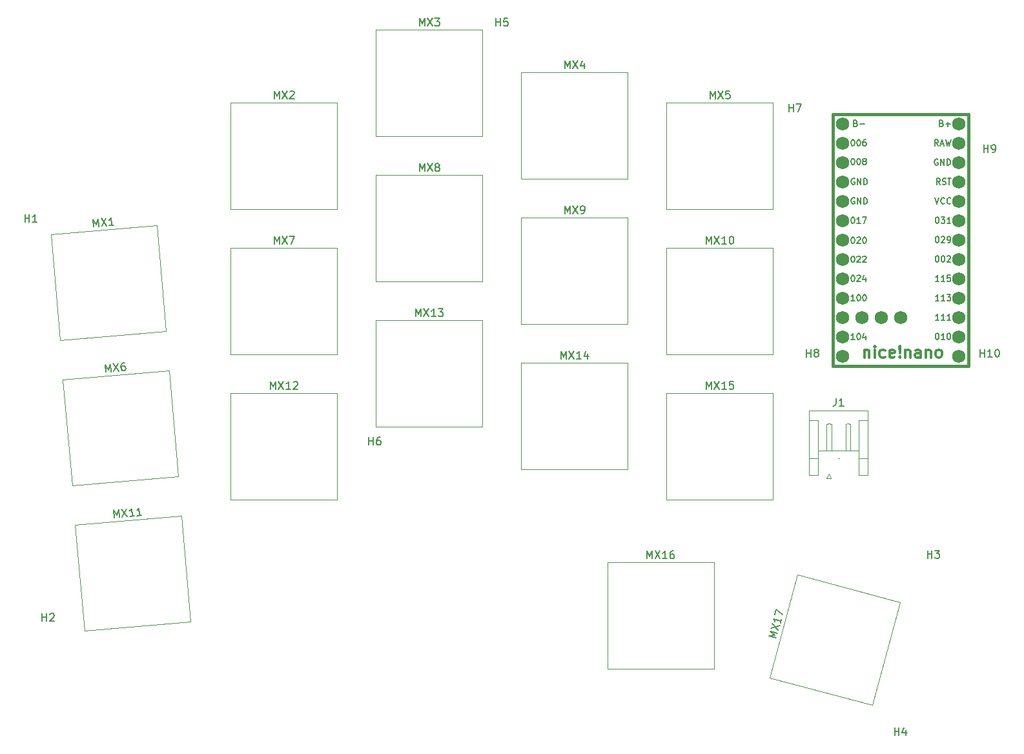
<source format=gbr>
%TF.GenerationSoftware,KiCad,Pcbnew,(6.0.4)*%
%TF.CreationDate,2022-05-05T21:52:17+02:00*%
%TF.ProjectId,Diom-34SP_PCB-rounded,44696f6d-2d33-4345-9350-5f5043422d72,rev?*%
%TF.SameCoordinates,Original*%
%TF.FileFunction,Legend,Top*%
%TF.FilePolarity,Positive*%
%FSLAX46Y46*%
G04 Gerber Fmt 4.6, Leading zero omitted, Abs format (unit mm)*
G04 Created by KiCad (PCBNEW (6.0.4)) date 2022-05-05 21:52:17*
%MOMM*%
%LPD*%
G01*
G04 APERTURE LIST*
%ADD10C,0.150000*%
%ADD11C,0.300000*%
%ADD12C,0.120000*%
%ADD13C,0.381000*%
%ADD14C,1.752600*%
G04 APERTURE END LIST*
D10*
%TO.C,MX2*%
X105076785Y-43314880D02*
X105076785Y-42314880D01*
X105410119Y-43029166D01*
X105743452Y-42314880D01*
X105743452Y-43314880D01*
X106124404Y-42314880D02*
X106791071Y-43314880D01*
X106791071Y-42314880D02*
X106124404Y-43314880D01*
X107124404Y-42410119D02*
X107172023Y-42362500D01*
X107267261Y-42314880D01*
X107505357Y-42314880D01*
X107600595Y-42362500D01*
X107648214Y-42410119D01*
X107695833Y-42505357D01*
X107695833Y-42600595D01*
X107648214Y-42743452D01*
X107076785Y-43314880D01*
X107695833Y-43314880D01*
%TO.C,MX16*%
X153971845Y-103639880D02*
X153971845Y-102639880D01*
X154305178Y-103354166D01*
X154638511Y-102639880D01*
X154638511Y-103639880D01*
X155019464Y-102639880D02*
X155686130Y-103639880D01*
X155686130Y-102639880D02*
X155019464Y-103639880D01*
X156590892Y-103639880D02*
X156019464Y-103639880D01*
X156305178Y-103639880D02*
X156305178Y-102639880D01*
X156209940Y-102782738D01*
X156114702Y-102877976D01*
X156019464Y-102925595D01*
X157448035Y-102639880D02*
X157257559Y-102639880D01*
X157162321Y-102687500D01*
X157114702Y-102735119D01*
X157019464Y-102877976D01*
X156971845Y-103068452D01*
X156971845Y-103449404D01*
X157019464Y-103544642D01*
X157067083Y-103592261D01*
X157162321Y-103639880D01*
X157352797Y-103639880D01*
X157448035Y-103592261D01*
X157495654Y-103544642D01*
X157543273Y-103449404D01*
X157543273Y-103211309D01*
X157495654Y-103116071D01*
X157448035Y-103068452D01*
X157352797Y-103020833D01*
X157162321Y-103020833D01*
X157067083Y-103068452D01*
X157019464Y-103116071D01*
X156971845Y-103211309D01*
%TO.C,MX7*%
X105076785Y-62364880D02*
X105076785Y-61364880D01*
X105410119Y-62079166D01*
X105743452Y-61364880D01*
X105743452Y-62364880D01*
X106124404Y-61364880D02*
X106791071Y-62364880D01*
X106791071Y-61364880D02*
X106124404Y-62364880D01*
X107076785Y-61364880D02*
X107743452Y-61364880D01*
X107314880Y-62364880D01*
%TO.C,H8*%
X174879095Y-77181380D02*
X174879095Y-76181380D01*
X174879095Y-76657571D02*
X175450523Y-76657571D01*
X175450523Y-77181380D02*
X175450523Y-76181380D01*
X176069571Y-76609952D02*
X175974333Y-76562333D01*
X175926714Y-76514714D01*
X175879095Y-76419476D01*
X175879095Y-76371857D01*
X175926714Y-76276619D01*
X175974333Y-76229000D01*
X176069571Y-76181380D01*
X176260047Y-76181380D01*
X176355285Y-76229000D01*
X176402904Y-76276619D01*
X176450523Y-76371857D01*
X176450523Y-76419476D01*
X176402904Y-76514714D01*
X176355285Y-76562333D01*
X176260047Y-76609952D01*
X176069571Y-76609952D01*
X175974333Y-76657571D01*
X175926714Y-76705190D01*
X175879095Y-76800428D01*
X175879095Y-76990904D01*
X175926714Y-77086142D01*
X175974333Y-77133761D01*
X176069571Y-77181380D01*
X176260047Y-77181380D01*
X176355285Y-77133761D01*
X176402904Y-77086142D01*
X176450523Y-76990904D01*
X176450523Y-76800428D01*
X176402904Y-76705190D01*
X176355285Y-76657571D01*
X176260047Y-76609952D01*
%TO.C,MX14*%
X142700595Y-77446130D02*
X142700595Y-76446130D01*
X143033928Y-77160416D01*
X143367261Y-76446130D01*
X143367261Y-77446130D01*
X143748214Y-76446130D02*
X144414880Y-77446130D01*
X144414880Y-76446130D02*
X143748214Y-77446130D01*
X145319642Y-77446130D02*
X144748214Y-77446130D01*
X145033928Y-77446130D02*
X145033928Y-76446130D01*
X144938690Y-76588988D01*
X144843452Y-76684226D01*
X144748214Y-76731845D01*
X146176785Y-76779464D02*
X146176785Y-77446130D01*
X145938690Y-76398511D02*
X145700595Y-77112797D01*
X146319642Y-77112797D01*
%TO.C,MX1*%
X81410556Y-60124171D02*
X81323401Y-59127977D01*
X81717720Y-59810492D01*
X81987530Y-59069873D01*
X82074686Y-60066068D01*
X82367033Y-59036671D02*
X83118319Y-59974762D01*
X83031163Y-58978567D02*
X82454189Y-60032865D01*
X84019638Y-59895906D02*
X83450384Y-59945710D01*
X83735011Y-59920808D02*
X83647855Y-58924613D01*
X83565430Y-59075227D01*
X83478855Y-59178404D01*
X83388129Y-59234142D01*
%TO.C,J1*%
X178736666Y-82603880D02*
X178736666Y-83318166D01*
X178689047Y-83461023D01*
X178593809Y-83556261D01*
X178450952Y-83603880D01*
X178355714Y-83603880D01*
X179736666Y-83603880D02*
X179165238Y-83603880D01*
X179450952Y-83603880D02*
X179450952Y-82603880D01*
X179355714Y-82746738D01*
X179260476Y-82841976D01*
X179165238Y-82889595D01*
%TO.C,MX6*%
X82998056Y-79174171D02*
X82910901Y-78177977D01*
X83305220Y-78860492D01*
X83575030Y-78119873D01*
X83662186Y-79116068D01*
X83954533Y-78086671D02*
X84705819Y-79024762D01*
X84618663Y-78028567D02*
X84041689Y-79082865D01*
X85425106Y-77958012D02*
X85235355Y-77974613D01*
X85144629Y-78030352D01*
X85101342Y-78081940D01*
X85018917Y-78232554D01*
X84988080Y-78426456D01*
X85021282Y-78805958D01*
X85077021Y-78896684D01*
X85128609Y-78939971D01*
X85227635Y-78979109D01*
X85417386Y-78962507D01*
X85508112Y-78906769D01*
X85551399Y-78855181D01*
X85590537Y-78756155D01*
X85569785Y-78518966D01*
X85514047Y-78428240D01*
X85462459Y-78384953D01*
X85363433Y-78345815D01*
X85173681Y-78362417D01*
X85082956Y-78418155D01*
X85039668Y-78469743D01*
X85000531Y-78568769D01*
%TO.C,H2*%
X74644345Y-111852380D02*
X74644345Y-110852380D01*
X74644345Y-111328571D02*
X75215773Y-111328571D01*
X75215773Y-111852380D02*
X75215773Y-110852380D01*
X75644345Y-110947619D02*
X75691964Y-110900000D01*
X75787202Y-110852380D01*
X76025297Y-110852380D01*
X76120535Y-110900000D01*
X76168154Y-110947619D01*
X76215773Y-111042857D01*
X76215773Y-111138095D01*
X76168154Y-111280952D01*
X75596726Y-111852380D01*
X76215773Y-111852380D01*
%TO.C,H6*%
X117475095Y-88738380D02*
X117475095Y-87738380D01*
X117475095Y-88214571D02*
X118046523Y-88214571D01*
X118046523Y-88738380D02*
X118046523Y-87738380D01*
X118951285Y-87738380D02*
X118760809Y-87738380D01*
X118665571Y-87786000D01*
X118617952Y-87833619D01*
X118522714Y-87976476D01*
X118475095Y-88166952D01*
X118475095Y-88547904D01*
X118522714Y-88643142D01*
X118570333Y-88690761D01*
X118665571Y-88738380D01*
X118856047Y-88738380D01*
X118951285Y-88690761D01*
X118998904Y-88643142D01*
X119046523Y-88547904D01*
X119046523Y-88309809D01*
X118998904Y-88214571D01*
X118951285Y-88166952D01*
X118856047Y-88119333D01*
X118665571Y-88119333D01*
X118570333Y-88166952D01*
X118522714Y-88214571D01*
X118475095Y-88309809D01*
%TO.C,MX5*%
X162226785Y-43314880D02*
X162226785Y-42314880D01*
X162560119Y-43029166D01*
X162893452Y-42314880D01*
X162893452Y-43314880D01*
X163274404Y-42314880D02*
X163941071Y-43314880D01*
X163941071Y-42314880D02*
X163274404Y-43314880D01*
X164798214Y-42314880D02*
X164322023Y-42314880D01*
X164274404Y-42791071D01*
X164322023Y-42743452D01*
X164417261Y-42695833D01*
X164655357Y-42695833D01*
X164750595Y-42743452D01*
X164798214Y-42791071D01*
X164845833Y-42886309D01*
X164845833Y-43124404D01*
X164798214Y-43219642D01*
X164750595Y-43267261D01*
X164655357Y-43314880D01*
X164417261Y-43314880D01*
X164322023Y-43267261D01*
X164274404Y-43219642D01*
%TO.C,H9*%
X198120095Y-50363380D02*
X198120095Y-49363380D01*
X198120095Y-49839571D02*
X198691523Y-49839571D01*
X198691523Y-50363380D02*
X198691523Y-49363380D01*
X199215333Y-50363380D02*
X199405809Y-50363380D01*
X199501047Y-50315761D01*
X199548666Y-50268142D01*
X199643904Y-50125285D01*
X199691523Y-49934809D01*
X199691523Y-49553857D01*
X199643904Y-49458619D01*
X199596285Y-49411000D01*
X199501047Y-49363380D01*
X199310571Y-49363380D01*
X199215333Y-49411000D01*
X199167714Y-49458619D01*
X199120095Y-49553857D01*
X199120095Y-49791952D01*
X199167714Y-49887190D01*
X199215333Y-49934809D01*
X199310571Y-49982428D01*
X199501047Y-49982428D01*
X199596285Y-49934809D01*
X199643904Y-49887190D01*
X199691523Y-49791952D01*
%TO.C,MX9*%
X143176785Y-58396130D02*
X143176785Y-57396130D01*
X143510119Y-58110416D01*
X143843452Y-57396130D01*
X143843452Y-58396130D01*
X144224404Y-57396130D02*
X144891071Y-58396130D01*
X144891071Y-57396130D02*
X144224404Y-58396130D01*
X145319642Y-58396130D02*
X145510119Y-58396130D01*
X145605357Y-58348511D01*
X145652976Y-58300892D01*
X145748214Y-58158035D01*
X145795833Y-57967559D01*
X145795833Y-57586607D01*
X145748214Y-57491369D01*
X145700595Y-57443750D01*
X145605357Y-57396130D01*
X145414880Y-57396130D01*
X145319642Y-57443750D01*
X145272023Y-57491369D01*
X145224404Y-57586607D01*
X145224404Y-57824702D01*
X145272023Y-57919940D01*
X145319642Y-57967559D01*
X145414880Y-58015178D01*
X145605357Y-58015178D01*
X145700595Y-57967559D01*
X145748214Y-57919940D01*
X145795833Y-57824702D01*
%TO.C,MX17*%
X170907665Y-114064578D02*
X169941740Y-113805759D01*
X170717960Y-113668654D01*
X170114286Y-113161808D01*
X171080211Y-113420627D01*
X170212883Y-112793836D02*
X171351355Y-112408705D01*
X170385429Y-112149886D02*
X171178809Y-113052655D01*
X171585525Y-111534772D02*
X171437628Y-112086729D01*
X171511577Y-111810751D02*
X170545651Y-111551932D01*
X170658991Y-111680899D01*
X170726334Y-111797541D01*
X170747681Y-111901859D01*
X170705872Y-110953978D02*
X170878418Y-110310027D01*
X171733421Y-110982814D01*
%TO.C,MX3*%
X124126785Y-33789880D02*
X124126785Y-32789880D01*
X124460119Y-33504166D01*
X124793452Y-32789880D01*
X124793452Y-33789880D01*
X125174404Y-32789880D02*
X125841071Y-33789880D01*
X125841071Y-32789880D02*
X125174404Y-33789880D01*
X126126785Y-32789880D02*
X126745833Y-32789880D01*
X126412500Y-33170833D01*
X126555357Y-33170833D01*
X126650595Y-33218452D01*
X126698214Y-33266071D01*
X126745833Y-33361309D01*
X126745833Y-33599404D01*
X126698214Y-33694642D01*
X126650595Y-33742261D01*
X126555357Y-33789880D01*
X126269642Y-33789880D01*
X126174404Y-33742261D01*
X126126785Y-33694642D01*
%TO.C,H7*%
X172593095Y-45029380D02*
X172593095Y-44029380D01*
X172593095Y-44505571D02*
X173164523Y-44505571D01*
X173164523Y-45029380D02*
X173164523Y-44029380D01*
X173545476Y-44029380D02*
X174212142Y-44029380D01*
X173783571Y-45029380D01*
%TO.C,MX13*%
X123650595Y-71889880D02*
X123650595Y-70889880D01*
X123983928Y-71604166D01*
X124317261Y-70889880D01*
X124317261Y-71889880D01*
X124698214Y-70889880D02*
X125364880Y-71889880D01*
X125364880Y-70889880D02*
X124698214Y-71889880D01*
X126269642Y-71889880D02*
X125698214Y-71889880D01*
X125983928Y-71889880D02*
X125983928Y-70889880D01*
X125888690Y-71032738D01*
X125793452Y-71127976D01*
X125698214Y-71175595D01*
X126602976Y-70889880D02*
X127222023Y-70889880D01*
X126888690Y-71270833D01*
X127031547Y-71270833D01*
X127126785Y-71318452D01*
X127174404Y-71366071D01*
X127222023Y-71461309D01*
X127222023Y-71699404D01*
X127174404Y-71794642D01*
X127126785Y-71842261D01*
X127031547Y-71889880D01*
X126745833Y-71889880D01*
X126650595Y-71842261D01*
X126602976Y-71794642D01*
%TO.C,H1*%
X72390095Y-59507380D02*
X72390095Y-58507380D01*
X72390095Y-58983571D02*
X72961523Y-58983571D01*
X72961523Y-59507380D02*
X72961523Y-58507380D01*
X73961523Y-59507380D02*
X73390095Y-59507380D01*
X73675809Y-59507380D02*
X73675809Y-58507380D01*
X73580571Y-58650238D01*
X73485333Y-58745476D01*
X73390095Y-58793095D01*
%TO.C,H4*%
X186436095Y-126838380D02*
X186436095Y-125838380D01*
X186436095Y-126314571D02*
X187007523Y-126314571D01*
X187007523Y-126838380D02*
X187007523Y-125838380D01*
X187912285Y-126171714D02*
X187912285Y-126838380D01*
X187674190Y-125790761D02*
X187436095Y-126505047D01*
X188055142Y-126505047D01*
%TO.C,U1*%
X191985022Y-74097404D02*
X192061212Y-74097404D01*
X192137402Y-74135500D01*
X192175498Y-74173595D01*
X192213593Y-74249785D01*
X192251688Y-74402166D01*
X192251688Y-74592642D01*
X192213593Y-74745023D01*
X192175498Y-74821214D01*
X192137402Y-74859309D01*
X192061212Y-74897404D01*
X191985022Y-74897404D01*
X191908831Y-74859309D01*
X191870736Y-74821214D01*
X191832641Y-74745023D01*
X191794545Y-74592642D01*
X191794545Y-74402166D01*
X191832641Y-74249785D01*
X191870736Y-74173595D01*
X191908831Y-74135500D01*
X191985022Y-74097404D01*
X193013593Y-74897404D02*
X192556450Y-74897404D01*
X192785022Y-74897404D02*
X192785022Y-74097404D01*
X192708831Y-74211690D01*
X192632641Y-74287880D01*
X192556450Y-74325976D01*
X193508831Y-74097404D02*
X193585022Y-74097404D01*
X193661212Y-74135500D01*
X193699307Y-74173595D01*
X193737402Y-74249785D01*
X193775498Y-74402166D01*
X193775498Y-74592642D01*
X193737402Y-74745023D01*
X193699307Y-74821214D01*
X193661212Y-74859309D01*
X193585022Y-74897404D01*
X193508831Y-74897404D01*
X193432641Y-74859309D01*
X193394545Y-74821214D01*
X193356450Y-74745023D01*
X193318355Y-74592642D01*
X193318355Y-74402166D01*
X193356450Y-74249785D01*
X193394545Y-74173595D01*
X193432641Y-74135500D01*
X193508831Y-74097404D01*
X192251688Y-72357404D02*
X191794545Y-72357404D01*
X192023117Y-72357404D02*
X192023117Y-71557404D01*
X191946926Y-71671690D01*
X191870736Y-71747880D01*
X191794545Y-71785976D01*
X193013593Y-72357404D02*
X192556450Y-72357404D01*
X192785022Y-72357404D02*
X192785022Y-71557404D01*
X192708831Y-71671690D01*
X192632641Y-71747880D01*
X192556450Y-71785976D01*
X193775498Y-72357404D02*
X193318355Y-72357404D01*
X193546926Y-72357404D02*
X193546926Y-71557404D01*
X193470736Y-71671690D01*
X193394545Y-71747880D01*
X193318355Y-71785976D01*
X181177307Y-53815500D02*
X181101116Y-53777404D01*
X180986831Y-53777404D01*
X180872545Y-53815500D01*
X180796354Y-53891690D01*
X180758259Y-53967880D01*
X180720164Y-54120261D01*
X180720164Y-54234547D01*
X180758259Y-54386928D01*
X180796354Y-54463119D01*
X180872545Y-54539309D01*
X180986831Y-54577404D01*
X181063021Y-54577404D01*
X181177307Y-54539309D01*
X181215402Y-54501214D01*
X181215402Y-54234547D01*
X181063021Y-54234547D01*
X181558259Y-54577404D02*
X181558259Y-53777404D01*
X182015402Y-54577404D01*
X182015402Y-53777404D01*
X182396354Y-54577404D02*
X182396354Y-53777404D01*
X182586831Y-53777404D01*
X182701116Y-53815500D01*
X182777307Y-53891690D01*
X182815402Y-53967880D01*
X182853497Y-54120261D01*
X182853497Y-54234547D01*
X182815402Y-54386928D01*
X182777307Y-54463119D01*
X182701116Y-54539309D01*
X182586831Y-54577404D01*
X182396354Y-54577404D01*
X180910641Y-66477404D02*
X180986831Y-66477404D01*
X181063021Y-66515500D01*
X181101117Y-66553595D01*
X181139212Y-66629785D01*
X181177307Y-66782166D01*
X181177307Y-66972642D01*
X181139212Y-67125023D01*
X181101117Y-67201214D01*
X181063021Y-67239309D01*
X180986831Y-67277404D01*
X180910641Y-67277404D01*
X180834450Y-67239309D01*
X180796355Y-67201214D01*
X180758260Y-67125023D01*
X180720164Y-66972642D01*
X180720164Y-66782166D01*
X180758260Y-66629785D01*
X180796355Y-66553595D01*
X180834450Y-66515500D01*
X180910641Y-66477404D01*
X181482069Y-66553595D02*
X181520164Y-66515500D01*
X181596355Y-66477404D01*
X181786831Y-66477404D01*
X181863021Y-66515500D01*
X181901117Y-66553595D01*
X181939212Y-66629785D01*
X181939212Y-66705976D01*
X181901117Y-66820261D01*
X181443974Y-67277404D01*
X181939212Y-67277404D01*
X182624926Y-66744071D02*
X182624926Y-67277404D01*
X182434450Y-66439309D02*
X182243974Y-67010738D01*
X182739212Y-67010738D01*
X191985022Y-61397404D02*
X192061212Y-61397404D01*
X192137402Y-61435500D01*
X192175498Y-61473595D01*
X192213593Y-61549785D01*
X192251688Y-61702166D01*
X192251688Y-61892642D01*
X192213593Y-62045023D01*
X192175498Y-62121214D01*
X192137402Y-62159309D01*
X192061212Y-62197404D01*
X191985022Y-62197404D01*
X191908831Y-62159309D01*
X191870736Y-62121214D01*
X191832641Y-62045023D01*
X191794545Y-61892642D01*
X191794545Y-61702166D01*
X191832641Y-61549785D01*
X191870736Y-61473595D01*
X191908831Y-61435500D01*
X191985022Y-61397404D01*
X192556450Y-61473595D02*
X192594545Y-61435500D01*
X192670736Y-61397404D01*
X192861212Y-61397404D01*
X192937402Y-61435500D01*
X192975498Y-61473595D01*
X193013593Y-61549785D01*
X193013593Y-61625976D01*
X192975498Y-61740261D01*
X192518355Y-62197404D01*
X193013593Y-62197404D01*
X193394545Y-62197404D02*
X193546926Y-62197404D01*
X193623117Y-62159309D01*
X193661212Y-62121214D01*
X193737402Y-62006928D01*
X193775498Y-61854547D01*
X193775498Y-61549785D01*
X193737402Y-61473595D01*
X193699307Y-61435500D01*
X193623117Y-61397404D01*
X193470736Y-61397404D01*
X193394545Y-61435500D01*
X193356450Y-61473595D01*
X193318355Y-61549785D01*
X193318355Y-61740261D01*
X193356450Y-61816452D01*
X193394545Y-61854547D01*
X193470736Y-61892642D01*
X193623117Y-61892642D01*
X193699307Y-61854547D01*
X193737402Y-61816452D01*
X193775498Y-61740261D01*
D11*
X182466116Y-76246071D02*
X182466116Y-77246071D01*
X182466116Y-76388928D02*
X182537545Y-76317500D01*
X182680402Y-76246071D01*
X182894688Y-76246071D01*
X183037545Y-76317500D01*
X183108973Y-76460357D01*
X183108973Y-77246071D01*
X183823259Y-77246071D02*
X183823259Y-76246071D01*
X183823259Y-75746071D02*
X183751831Y-75817500D01*
X183823259Y-75888928D01*
X183894688Y-75817500D01*
X183823259Y-75746071D01*
X183823259Y-75888928D01*
X185180402Y-77174642D02*
X185037545Y-77246071D01*
X184751831Y-77246071D01*
X184608973Y-77174642D01*
X184537545Y-77103214D01*
X184466116Y-76960357D01*
X184466116Y-76531785D01*
X184537545Y-76388928D01*
X184608973Y-76317500D01*
X184751831Y-76246071D01*
X185037545Y-76246071D01*
X185180402Y-76317500D01*
X186394688Y-77174642D02*
X186251831Y-77246071D01*
X185966116Y-77246071D01*
X185823259Y-77174642D01*
X185751831Y-77031785D01*
X185751831Y-76460357D01*
X185823259Y-76317500D01*
X185966116Y-76246071D01*
X186251831Y-76246071D01*
X186394688Y-76317500D01*
X186466116Y-76460357D01*
X186466116Y-76603214D01*
X185751831Y-76746071D01*
X187108973Y-77103214D02*
X187180402Y-77174642D01*
X187108973Y-77246071D01*
X187037545Y-77174642D01*
X187108973Y-77103214D01*
X187108973Y-77246071D01*
X187108973Y-76674642D02*
X187037545Y-75817500D01*
X187108973Y-75746071D01*
X187180402Y-75817500D01*
X187108973Y-76674642D01*
X187108973Y-75746071D01*
X187823259Y-76246071D02*
X187823259Y-77246071D01*
X187823259Y-76388928D02*
X187894688Y-76317500D01*
X188037545Y-76246071D01*
X188251831Y-76246071D01*
X188394688Y-76317500D01*
X188466116Y-76460357D01*
X188466116Y-77246071D01*
X189823259Y-77246071D02*
X189823259Y-76460357D01*
X189751831Y-76317500D01*
X189608973Y-76246071D01*
X189323259Y-76246071D01*
X189180402Y-76317500D01*
X189823259Y-77174642D02*
X189680402Y-77246071D01*
X189323259Y-77246071D01*
X189180402Y-77174642D01*
X189108973Y-77031785D01*
X189108973Y-76888928D01*
X189180402Y-76746071D01*
X189323259Y-76674642D01*
X189680402Y-76674642D01*
X189823259Y-76603214D01*
X190537545Y-76246071D02*
X190537545Y-77246071D01*
X190537545Y-76388928D02*
X190608973Y-76317500D01*
X190751831Y-76246071D01*
X190966116Y-76246071D01*
X191108973Y-76317500D01*
X191180402Y-76460357D01*
X191180402Y-77246071D01*
X192108973Y-77246071D02*
X191966116Y-77174642D01*
X191894688Y-77103214D01*
X191823259Y-76960357D01*
X191823259Y-76531785D01*
X191894688Y-76388928D01*
X191966116Y-76317500D01*
X192108973Y-76246071D01*
X192323259Y-76246071D01*
X192466116Y-76317500D01*
X192537545Y-76388928D01*
X192608973Y-76531785D01*
X192608973Y-76960357D01*
X192537545Y-77103214D01*
X192466116Y-77174642D01*
X192323259Y-77246071D01*
X192108973Y-77246071D01*
D10*
X181348735Y-46538357D02*
X181463021Y-46576452D01*
X181501116Y-46614547D01*
X181539211Y-46690738D01*
X181539211Y-46805023D01*
X181501116Y-46881214D01*
X181463021Y-46919309D01*
X181386831Y-46957404D01*
X181082069Y-46957404D01*
X181082069Y-46157404D01*
X181348735Y-46157404D01*
X181424926Y-46195500D01*
X181463021Y-46233595D01*
X181501116Y-46309785D01*
X181501116Y-46385976D01*
X181463021Y-46462166D01*
X181424926Y-46500261D01*
X181348735Y-46538357D01*
X181082069Y-46538357D01*
X181882069Y-46652642D02*
X182491592Y-46652642D01*
X191985022Y-58857404D02*
X192061212Y-58857404D01*
X192137402Y-58895500D01*
X192175498Y-58933595D01*
X192213593Y-59009785D01*
X192251688Y-59162166D01*
X192251688Y-59352642D01*
X192213593Y-59505023D01*
X192175498Y-59581214D01*
X192137402Y-59619309D01*
X192061212Y-59657404D01*
X191985022Y-59657404D01*
X191908831Y-59619309D01*
X191870736Y-59581214D01*
X191832641Y-59505023D01*
X191794545Y-59352642D01*
X191794545Y-59162166D01*
X191832641Y-59009785D01*
X191870736Y-58933595D01*
X191908831Y-58895500D01*
X191985022Y-58857404D01*
X192518355Y-58857404D02*
X193013593Y-58857404D01*
X192746926Y-59162166D01*
X192861212Y-59162166D01*
X192937402Y-59200261D01*
X192975498Y-59238357D01*
X193013593Y-59314547D01*
X193013593Y-59505023D01*
X192975498Y-59581214D01*
X192937402Y-59619309D01*
X192861212Y-59657404D01*
X192632641Y-59657404D01*
X192556450Y-59619309D01*
X192518355Y-59581214D01*
X193775498Y-59657404D02*
X193318355Y-59657404D01*
X193546926Y-59657404D02*
X193546926Y-58857404D01*
X193470736Y-58971690D01*
X193394545Y-59047880D01*
X193318355Y-59085976D01*
X192251688Y-67277404D02*
X191794545Y-67277404D01*
X192023117Y-67277404D02*
X192023117Y-66477404D01*
X191946926Y-66591690D01*
X191870736Y-66667880D01*
X191794545Y-66705976D01*
X193013593Y-67277404D02*
X192556450Y-67277404D01*
X192785022Y-67277404D02*
X192785022Y-66477404D01*
X192708831Y-66591690D01*
X192632641Y-66667880D01*
X192556450Y-66705976D01*
X193737402Y-66477404D02*
X193356450Y-66477404D01*
X193318355Y-66858357D01*
X193356450Y-66820261D01*
X193432641Y-66782166D01*
X193623117Y-66782166D01*
X193699307Y-66820261D01*
X193737402Y-66858357D01*
X193775498Y-66934547D01*
X193775498Y-67125023D01*
X193737402Y-67201214D01*
X193699307Y-67239309D01*
X193623117Y-67277404D01*
X193432641Y-67277404D01*
X193356450Y-67239309D01*
X193318355Y-67201214D01*
X181177307Y-56355500D02*
X181101116Y-56317404D01*
X180986831Y-56317404D01*
X180872545Y-56355500D01*
X180796354Y-56431690D01*
X180758259Y-56507880D01*
X180720164Y-56660261D01*
X180720164Y-56774547D01*
X180758259Y-56926928D01*
X180796354Y-57003119D01*
X180872545Y-57079309D01*
X180986831Y-57117404D01*
X181063021Y-57117404D01*
X181177307Y-57079309D01*
X181215402Y-57041214D01*
X181215402Y-56774547D01*
X181063021Y-56774547D01*
X181558259Y-57117404D02*
X181558259Y-56317404D01*
X182015402Y-57117404D01*
X182015402Y-56317404D01*
X182396354Y-57117404D02*
X182396354Y-56317404D01*
X182586831Y-56317404D01*
X182701116Y-56355500D01*
X182777307Y-56431690D01*
X182815402Y-56507880D01*
X182853497Y-56660261D01*
X182853497Y-56774547D01*
X182815402Y-56926928D01*
X182777307Y-57003119D01*
X182701116Y-57079309D01*
X182586831Y-57117404D01*
X182396354Y-57117404D01*
X191985022Y-63937404D02*
X192061212Y-63937404D01*
X192137402Y-63975500D01*
X192175498Y-64013595D01*
X192213593Y-64089785D01*
X192251688Y-64242166D01*
X192251688Y-64432642D01*
X192213593Y-64585023D01*
X192175498Y-64661214D01*
X192137402Y-64699309D01*
X192061212Y-64737404D01*
X191985022Y-64737404D01*
X191908831Y-64699309D01*
X191870736Y-64661214D01*
X191832641Y-64585023D01*
X191794545Y-64432642D01*
X191794545Y-64242166D01*
X191832641Y-64089785D01*
X191870736Y-64013595D01*
X191908831Y-63975500D01*
X191985022Y-63937404D01*
X192746926Y-63937404D02*
X192823117Y-63937404D01*
X192899307Y-63975500D01*
X192937402Y-64013595D01*
X192975498Y-64089785D01*
X193013593Y-64242166D01*
X193013593Y-64432642D01*
X192975498Y-64585023D01*
X192937402Y-64661214D01*
X192899307Y-64699309D01*
X192823117Y-64737404D01*
X192746926Y-64737404D01*
X192670736Y-64699309D01*
X192632641Y-64661214D01*
X192594545Y-64585023D01*
X192556450Y-64432642D01*
X192556450Y-64242166D01*
X192594545Y-64089785D01*
X192632641Y-64013595D01*
X192670736Y-63975500D01*
X192746926Y-63937404D01*
X193318355Y-64013595D02*
X193356450Y-63975500D01*
X193432641Y-63937404D01*
X193623117Y-63937404D01*
X193699307Y-63975500D01*
X193737402Y-64013595D01*
X193775498Y-64089785D01*
X193775498Y-64165976D01*
X193737402Y-64280261D01*
X193280260Y-64737404D01*
X193775498Y-64737404D01*
X181177307Y-69817404D02*
X180720164Y-69817404D01*
X180948736Y-69817404D02*
X180948736Y-69017404D01*
X180872545Y-69131690D01*
X180796355Y-69207880D01*
X180720164Y-69245976D01*
X181672545Y-69017404D02*
X181748736Y-69017404D01*
X181824926Y-69055500D01*
X181863021Y-69093595D01*
X181901117Y-69169785D01*
X181939212Y-69322166D01*
X181939212Y-69512642D01*
X181901117Y-69665023D01*
X181863021Y-69741214D01*
X181824926Y-69779309D01*
X181748736Y-69817404D01*
X181672545Y-69817404D01*
X181596355Y-69779309D01*
X181558260Y-69741214D01*
X181520164Y-69665023D01*
X181482069Y-69512642D01*
X181482069Y-69322166D01*
X181520164Y-69169785D01*
X181558260Y-69093595D01*
X181596355Y-69055500D01*
X181672545Y-69017404D01*
X182434450Y-69017404D02*
X182510641Y-69017404D01*
X182586831Y-69055500D01*
X182624926Y-69093595D01*
X182663021Y-69169785D01*
X182701117Y-69322166D01*
X182701117Y-69512642D01*
X182663021Y-69665023D01*
X182624926Y-69741214D01*
X182586831Y-69779309D01*
X182510641Y-69817404D01*
X182434450Y-69817404D01*
X182358260Y-69779309D01*
X182320164Y-69741214D01*
X182282069Y-69665023D01*
X182243974Y-69512642D01*
X182243974Y-69322166D01*
X182282069Y-69169785D01*
X182320164Y-69093595D01*
X182358260Y-69055500D01*
X182434450Y-69017404D01*
X181177307Y-74897404D02*
X180720164Y-74897404D01*
X180948736Y-74897404D02*
X180948736Y-74097404D01*
X180872545Y-74211690D01*
X180796355Y-74287880D01*
X180720164Y-74325976D01*
X181672545Y-74097404D02*
X181748736Y-74097404D01*
X181824926Y-74135500D01*
X181863021Y-74173595D01*
X181901117Y-74249785D01*
X181939212Y-74402166D01*
X181939212Y-74592642D01*
X181901117Y-74745023D01*
X181863021Y-74821214D01*
X181824926Y-74859309D01*
X181748736Y-74897404D01*
X181672545Y-74897404D01*
X181596355Y-74859309D01*
X181558260Y-74821214D01*
X181520164Y-74745023D01*
X181482069Y-74592642D01*
X181482069Y-74402166D01*
X181520164Y-74249785D01*
X181558260Y-74173595D01*
X181596355Y-74135500D01*
X181672545Y-74097404D01*
X182624926Y-74364071D02*
X182624926Y-74897404D01*
X182434450Y-74059309D02*
X182243974Y-74630738D01*
X182739212Y-74630738D01*
X180910641Y-48697404D02*
X180986831Y-48697404D01*
X181063021Y-48735500D01*
X181101117Y-48773595D01*
X181139212Y-48849785D01*
X181177307Y-49002166D01*
X181177307Y-49192642D01*
X181139212Y-49345023D01*
X181101117Y-49421214D01*
X181063021Y-49459309D01*
X180986831Y-49497404D01*
X180910641Y-49497404D01*
X180834450Y-49459309D01*
X180796355Y-49421214D01*
X180758260Y-49345023D01*
X180720164Y-49192642D01*
X180720164Y-49002166D01*
X180758260Y-48849785D01*
X180796355Y-48773595D01*
X180834450Y-48735500D01*
X180910641Y-48697404D01*
X181672545Y-48697404D02*
X181748736Y-48697404D01*
X181824926Y-48735500D01*
X181863021Y-48773595D01*
X181901117Y-48849785D01*
X181939212Y-49002166D01*
X181939212Y-49192642D01*
X181901117Y-49345023D01*
X181863021Y-49421214D01*
X181824926Y-49459309D01*
X181748736Y-49497404D01*
X181672545Y-49497404D01*
X181596355Y-49459309D01*
X181558260Y-49421214D01*
X181520164Y-49345023D01*
X181482069Y-49192642D01*
X181482069Y-49002166D01*
X181520164Y-48849785D01*
X181558260Y-48773595D01*
X181596355Y-48735500D01*
X181672545Y-48697404D01*
X182624926Y-48697404D02*
X182472545Y-48697404D01*
X182396355Y-48735500D01*
X182358260Y-48773595D01*
X182282069Y-48887880D01*
X182243974Y-49040261D01*
X182243974Y-49345023D01*
X182282069Y-49421214D01*
X182320164Y-49459309D01*
X182396355Y-49497404D01*
X182548736Y-49497404D01*
X182624926Y-49459309D01*
X182663021Y-49421214D01*
X182701117Y-49345023D01*
X182701117Y-49154547D01*
X182663021Y-49078357D01*
X182624926Y-49040261D01*
X182548736Y-49002166D01*
X182396355Y-49002166D01*
X182320164Y-49040261D01*
X182282069Y-49078357D01*
X182243974Y-49154547D01*
X192588212Y-46538357D02*
X192702498Y-46576452D01*
X192740593Y-46614547D01*
X192778688Y-46690738D01*
X192778688Y-46805023D01*
X192740593Y-46881214D01*
X192702498Y-46919309D01*
X192626308Y-46957404D01*
X192321546Y-46957404D01*
X192321546Y-46157404D01*
X192588212Y-46157404D01*
X192664403Y-46195500D01*
X192702498Y-46233595D01*
X192740593Y-46309785D01*
X192740593Y-46385976D01*
X192702498Y-46462166D01*
X192664403Y-46500261D01*
X192588212Y-46538357D01*
X192321546Y-46538357D01*
X193121546Y-46652642D02*
X193731069Y-46652642D01*
X193426308Y-46957404D02*
X193426308Y-46347880D01*
X180910641Y-61467404D02*
X180986831Y-61467404D01*
X181063021Y-61505500D01*
X181101117Y-61543595D01*
X181139212Y-61619785D01*
X181177307Y-61772166D01*
X181177307Y-61962642D01*
X181139212Y-62115023D01*
X181101117Y-62191214D01*
X181063021Y-62229309D01*
X180986831Y-62267404D01*
X180910641Y-62267404D01*
X180834450Y-62229309D01*
X180796355Y-62191214D01*
X180758260Y-62115023D01*
X180720164Y-61962642D01*
X180720164Y-61772166D01*
X180758260Y-61619785D01*
X180796355Y-61543595D01*
X180834450Y-61505500D01*
X180910641Y-61467404D01*
X181482069Y-61543595D02*
X181520164Y-61505500D01*
X181596355Y-61467404D01*
X181786831Y-61467404D01*
X181863021Y-61505500D01*
X181901117Y-61543595D01*
X181939212Y-61619785D01*
X181939212Y-61695976D01*
X181901117Y-61810261D01*
X181443974Y-62267404D01*
X181939212Y-62267404D01*
X182434450Y-61467404D02*
X182510641Y-61467404D01*
X182586831Y-61505500D01*
X182624926Y-61543595D01*
X182663021Y-61619785D01*
X182701117Y-61772166D01*
X182701117Y-61962642D01*
X182663021Y-62115023D01*
X182624926Y-62191214D01*
X182586831Y-62229309D01*
X182510641Y-62267404D01*
X182434450Y-62267404D01*
X182358260Y-62229309D01*
X182320164Y-62191214D01*
X182282069Y-62115023D01*
X182243974Y-61962642D01*
X182243974Y-61772166D01*
X182282069Y-61619785D01*
X182320164Y-61543595D01*
X182358260Y-61505500D01*
X182434450Y-61467404D01*
X192397735Y-54577404D02*
X192131069Y-54196452D01*
X191940592Y-54577404D02*
X191940592Y-53777404D01*
X192245354Y-53777404D01*
X192321545Y-53815500D01*
X192359640Y-53853595D01*
X192397735Y-53929785D01*
X192397735Y-54044071D01*
X192359640Y-54120261D01*
X192321545Y-54158357D01*
X192245354Y-54196452D01*
X191940592Y-54196452D01*
X192702497Y-54539309D02*
X192816783Y-54577404D01*
X193007259Y-54577404D01*
X193083450Y-54539309D01*
X193121545Y-54501214D01*
X193159640Y-54425023D01*
X193159640Y-54348833D01*
X193121545Y-54272642D01*
X193083450Y-54234547D01*
X193007259Y-54196452D01*
X192854878Y-54158357D01*
X192778688Y-54120261D01*
X192740592Y-54082166D01*
X192702497Y-54005976D01*
X192702497Y-53929785D01*
X192740592Y-53853595D01*
X192778688Y-53815500D01*
X192854878Y-53777404D01*
X193045354Y-53777404D01*
X193159640Y-53815500D01*
X193388211Y-53777404D02*
X193845354Y-53777404D01*
X193616783Y-54577404D02*
X193616783Y-53777404D01*
X180910641Y-63967404D02*
X180986831Y-63967404D01*
X181063021Y-64005500D01*
X181101117Y-64043595D01*
X181139212Y-64119785D01*
X181177307Y-64272166D01*
X181177307Y-64462642D01*
X181139212Y-64615023D01*
X181101117Y-64691214D01*
X181063021Y-64729309D01*
X180986831Y-64767404D01*
X180910641Y-64767404D01*
X180834450Y-64729309D01*
X180796355Y-64691214D01*
X180758260Y-64615023D01*
X180720164Y-64462642D01*
X180720164Y-64272166D01*
X180758260Y-64119785D01*
X180796355Y-64043595D01*
X180834450Y-64005500D01*
X180910641Y-63967404D01*
X181482069Y-64043595D02*
X181520164Y-64005500D01*
X181596355Y-63967404D01*
X181786831Y-63967404D01*
X181863021Y-64005500D01*
X181901117Y-64043595D01*
X181939212Y-64119785D01*
X181939212Y-64195976D01*
X181901117Y-64310261D01*
X181443974Y-64767404D01*
X181939212Y-64767404D01*
X182243974Y-64043595D02*
X182282069Y-64005500D01*
X182358260Y-63967404D01*
X182548736Y-63967404D01*
X182624926Y-64005500D01*
X182663021Y-64043595D01*
X182701117Y-64119785D01*
X182701117Y-64195976D01*
X182663021Y-64310261D01*
X182205879Y-64767404D01*
X182701117Y-64767404D01*
X192169165Y-49497404D02*
X191902498Y-49116452D01*
X191712022Y-49497404D02*
X191712022Y-48697404D01*
X192016784Y-48697404D01*
X192092974Y-48735500D01*
X192131069Y-48773595D01*
X192169165Y-48849785D01*
X192169165Y-48964071D01*
X192131069Y-49040261D01*
X192092974Y-49078357D01*
X192016784Y-49116452D01*
X191712022Y-49116452D01*
X192473926Y-49268833D02*
X192854879Y-49268833D01*
X192397736Y-49497404D02*
X192664403Y-48697404D01*
X192931069Y-49497404D01*
X193121546Y-48697404D02*
X193312022Y-49497404D01*
X193464403Y-48925976D01*
X193616784Y-49497404D01*
X193807260Y-48697404D01*
X192251688Y-69817404D02*
X191794545Y-69817404D01*
X192023117Y-69817404D02*
X192023117Y-69017404D01*
X191946926Y-69131690D01*
X191870736Y-69207880D01*
X191794545Y-69245976D01*
X193013593Y-69817404D02*
X192556450Y-69817404D01*
X192785022Y-69817404D02*
X192785022Y-69017404D01*
X192708831Y-69131690D01*
X192632641Y-69207880D01*
X192556450Y-69245976D01*
X193280260Y-69017404D02*
X193775498Y-69017404D01*
X193508831Y-69322166D01*
X193623117Y-69322166D01*
X193699307Y-69360261D01*
X193737402Y-69398357D01*
X193775498Y-69474547D01*
X193775498Y-69665023D01*
X193737402Y-69741214D01*
X193699307Y-69779309D01*
X193623117Y-69817404D01*
X193394545Y-69817404D01*
X193318355Y-69779309D01*
X193280260Y-69741214D01*
X180910641Y-51167404D02*
X180986831Y-51167404D01*
X181063021Y-51205500D01*
X181101117Y-51243595D01*
X181139212Y-51319785D01*
X181177307Y-51472166D01*
X181177307Y-51662642D01*
X181139212Y-51815023D01*
X181101117Y-51891214D01*
X181063021Y-51929309D01*
X180986831Y-51967404D01*
X180910641Y-51967404D01*
X180834450Y-51929309D01*
X180796355Y-51891214D01*
X180758260Y-51815023D01*
X180720164Y-51662642D01*
X180720164Y-51472166D01*
X180758260Y-51319785D01*
X180796355Y-51243595D01*
X180834450Y-51205500D01*
X180910641Y-51167404D01*
X181672545Y-51167404D02*
X181748736Y-51167404D01*
X181824926Y-51205500D01*
X181863021Y-51243595D01*
X181901117Y-51319785D01*
X181939212Y-51472166D01*
X181939212Y-51662642D01*
X181901117Y-51815023D01*
X181863021Y-51891214D01*
X181824926Y-51929309D01*
X181748736Y-51967404D01*
X181672545Y-51967404D01*
X181596355Y-51929309D01*
X181558260Y-51891214D01*
X181520164Y-51815023D01*
X181482069Y-51662642D01*
X181482069Y-51472166D01*
X181520164Y-51319785D01*
X181558260Y-51243595D01*
X181596355Y-51205500D01*
X181672545Y-51167404D01*
X182396355Y-51510261D02*
X182320164Y-51472166D01*
X182282069Y-51434071D01*
X182243974Y-51357880D01*
X182243974Y-51319785D01*
X182282069Y-51243595D01*
X182320164Y-51205500D01*
X182396355Y-51167404D01*
X182548736Y-51167404D01*
X182624926Y-51205500D01*
X182663021Y-51243595D01*
X182701117Y-51319785D01*
X182701117Y-51357880D01*
X182663021Y-51434071D01*
X182624926Y-51472166D01*
X182548736Y-51510261D01*
X182396355Y-51510261D01*
X182320164Y-51548357D01*
X182282069Y-51586452D01*
X182243974Y-51662642D01*
X182243974Y-51815023D01*
X182282069Y-51891214D01*
X182320164Y-51929309D01*
X182396355Y-51967404D01*
X182548736Y-51967404D01*
X182624926Y-51929309D01*
X182663021Y-51891214D01*
X182701117Y-51815023D01*
X182701117Y-51662642D01*
X182663021Y-51586452D01*
X182624926Y-51548357D01*
X182548736Y-51510261D01*
X180910641Y-58867404D02*
X180986831Y-58867404D01*
X181063021Y-58905500D01*
X181101117Y-58943595D01*
X181139212Y-59019785D01*
X181177307Y-59172166D01*
X181177307Y-59362642D01*
X181139212Y-59515023D01*
X181101117Y-59591214D01*
X181063021Y-59629309D01*
X180986831Y-59667404D01*
X180910641Y-59667404D01*
X180834450Y-59629309D01*
X180796355Y-59591214D01*
X180758260Y-59515023D01*
X180720164Y-59362642D01*
X180720164Y-59172166D01*
X180758260Y-59019785D01*
X180796355Y-58943595D01*
X180834450Y-58905500D01*
X180910641Y-58867404D01*
X181939212Y-59667404D02*
X181482069Y-59667404D01*
X181710641Y-59667404D02*
X181710641Y-58867404D01*
X181634450Y-58981690D01*
X181558260Y-59057880D01*
X181482069Y-59095976D01*
X182205879Y-58867404D02*
X182739212Y-58867404D01*
X182396355Y-59667404D01*
X192092974Y-51275500D02*
X192016783Y-51237404D01*
X191902498Y-51237404D01*
X191788212Y-51275500D01*
X191712021Y-51351690D01*
X191673926Y-51427880D01*
X191635831Y-51580261D01*
X191635831Y-51694547D01*
X191673926Y-51846928D01*
X191712021Y-51923119D01*
X191788212Y-51999309D01*
X191902498Y-52037404D01*
X191978688Y-52037404D01*
X192092974Y-51999309D01*
X192131069Y-51961214D01*
X192131069Y-51694547D01*
X191978688Y-51694547D01*
X192473926Y-52037404D02*
X192473926Y-51237404D01*
X192931069Y-52037404D01*
X192931069Y-51237404D01*
X193312021Y-52037404D02*
X193312021Y-51237404D01*
X193502498Y-51237404D01*
X193616783Y-51275500D01*
X193692974Y-51351690D01*
X193731069Y-51427880D01*
X193769164Y-51580261D01*
X193769164Y-51694547D01*
X193731069Y-51846928D01*
X193692974Y-51923119D01*
X193616783Y-51999309D01*
X193502498Y-52037404D01*
X193312021Y-52037404D01*
X191718355Y-56317404D02*
X191985022Y-57117404D01*
X192251688Y-56317404D01*
X192975498Y-57041214D02*
X192937402Y-57079309D01*
X192823117Y-57117404D01*
X192746926Y-57117404D01*
X192632641Y-57079309D01*
X192556450Y-57003119D01*
X192518355Y-56926928D01*
X192480260Y-56774547D01*
X192480260Y-56660261D01*
X192518355Y-56507880D01*
X192556450Y-56431690D01*
X192632641Y-56355500D01*
X192746926Y-56317404D01*
X192823117Y-56317404D01*
X192937402Y-56355500D01*
X192975498Y-56393595D01*
X193775498Y-57041214D02*
X193737402Y-57079309D01*
X193623117Y-57117404D01*
X193546926Y-57117404D01*
X193432641Y-57079309D01*
X193356450Y-57003119D01*
X193318355Y-56926928D01*
X193280260Y-56774547D01*
X193280260Y-56660261D01*
X193318355Y-56507880D01*
X193356450Y-56431690D01*
X193432641Y-56355500D01*
X193546926Y-56317404D01*
X193623117Y-56317404D01*
X193737402Y-56355500D01*
X193775498Y-56393595D01*
%TO.C,MX15*%
X161750595Y-81414880D02*
X161750595Y-80414880D01*
X162083928Y-81129166D01*
X162417261Y-80414880D01*
X162417261Y-81414880D01*
X162798214Y-80414880D02*
X163464880Y-81414880D01*
X163464880Y-80414880D02*
X162798214Y-81414880D01*
X164369642Y-81414880D02*
X163798214Y-81414880D01*
X164083928Y-81414880D02*
X164083928Y-80414880D01*
X163988690Y-80557738D01*
X163893452Y-80652976D01*
X163798214Y-80700595D01*
X165274404Y-80414880D02*
X164798214Y-80414880D01*
X164750595Y-80891071D01*
X164798214Y-80843452D01*
X164893452Y-80795833D01*
X165131547Y-80795833D01*
X165226785Y-80843452D01*
X165274404Y-80891071D01*
X165322023Y-80986309D01*
X165322023Y-81224404D01*
X165274404Y-81319642D01*
X165226785Y-81367261D01*
X165131547Y-81414880D01*
X164893452Y-81414880D01*
X164798214Y-81367261D01*
X164750595Y-81319642D01*
%TO.C,MX12*%
X104600595Y-81414880D02*
X104600595Y-80414880D01*
X104933928Y-81129166D01*
X105267261Y-80414880D01*
X105267261Y-81414880D01*
X105648214Y-80414880D02*
X106314880Y-81414880D01*
X106314880Y-80414880D02*
X105648214Y-81414880D01*
X107219642Y-81414880D02*
X106648214Y-81414880D01*
X106933928Y-81414880D02*
X106933928Y-80414880D01*
X106838690Y-80557738D01*
X106743452Y-80652976D01*
X106648214Y-80700595D01*
X107600595Y-80510119D02*
X107648214Y-80462500D01*
X107743452Y-80414880D01*
X107981547Y-80414880D01*
X108076785Y-80462500D01*
X108124404Y-80510119D01*
X108172023Y-80605357D01*
X108172023Y-80700595D01*
X108124404Y-80843452D01*
X107552976Y-81414880D01*
X108172023Y-81414880D01*
%TO.C,H3*%
X190754095Y-103576380D02*
X190754095Y-102576380D01*
X190754095Y-103052571D02*
X191325523Y-103052571D01*
X191325523Y-103576380D02*
X191325523Y-102576380D01*
X191706476Y-102576380D02*
X192325523Y-102576380D01*
X191992190Y-102957333D01*
X192135047Y-102957333D01*
X192230285Y-103004952D01*
X192277904Y-103052571D01*
X192325523Y-103147809D01*
X192325523Y-103385904D01*
X192277904Y-103481142D01*
X192230285Y-103528761D01*
X192135047Y-103576380D01*
X191849333Y-103576380D01*
X191754095Y-103528761D01*
X191706476Y-103481142D01*
%TO.C,MX4*%
X143176785Y-39346130D02*
X143176785Y-38346130D01*
X143510119Y-39060416D01*
X143843452Y-38346130D01*
X143843452Y-39346130D01*
X144224404Y-38346130D02*
X144891071Y-39346130D01*
X144891071Y-38346130D02*
X144224404Y-39346130D01*
X145700595Y-38679464D02*
X145700595Y-39346130D01*
X145462500Y-38298511D02*
X145224404Y-39012797D01*
X145843452Y-39012797D01*
%TO.C,H10*%
X197643904Y-77181380D02*
X197643904Y-76181380D01*
X197643904Y-76657571D02*
X198215333Y-76657571D01*
X198215333Y-77181380D02*
X198215333Y-76181380D01*
X199215333Y-77181380D02*
X198643904Y-77181380D01*
X198929619Y-77181380D02*
X198929619Y-76181380D01*
X198834380Y-76324238D01*
X198739142Y-76419476D01*
X198643904Y-76467095D01*
X199834380Y-76181380D02*
X199929619Y-76181380D01*
X200024857Y-76229000D01*
X200072476Y-76276619D01*
X200120095Y-76371857D01*
X200167714Y-76562333D01*
X200167714Y-76800428D01*
X200120095Y-76990904D01*
X200072476Y-77086142D01*
X200024857Y-77133761D01*
X199929619Y-77181380D01*
X199834380Y-77181380D01*
X199739142Y-77133761D01*
X199691523Y-77086142D01*
X199643904Y-76990904D01*
X199596285Y-76800428D01*
X199596285Y-76562333D01*
X199643904Y-76371857D01*
X199691523Y-76276619D01*
X199739142Y-76229000D01*
X199834380Y-76181380D01*
%TO.C,MX10*%
X161750595Y-62364880D02*
X161750595Y-61364880D01*
X162083928Y-62079166D01*
X162417261Y-61364880D01*
X162417261Y-62364880D01*
X162798214Y-61364880D02*
X163464880Y-62364880D01*
X163464880Y-61364880D02*
X162798214Y-62364880D01*
X164369642Y-62364880D02*
X163798214Y-62364880D01*
X164083928Y-62364880D02*
X164083928Y-61364880D01*
X163988690Y-61507738D01*
X163893452Y-61602976D01*
X163798214Y-61650595D01*
X164988690Y-61364880D02*
X165083928Y-61364880D01*
X165179166Y-61412500D01*
X165226785Y-61460119D01*
X165274404Y-61555357D01*
X165322023Y-61745833D01*
X165322023Y-61983928D01*
X165274404Y-62174404D01*
X165226785Y-62269642D01*
X165179166Y-62317261D01*
X165083928Y-62364880D01*
X164988690Y-62364880D01*
X164893452Y-62317261D01*
X164845833Y-62269642D01*
X164798214Y-62174404D01*
X164750595Y-61983928D01*
X164750595Y-61745833D01*
X164798214Y-61555357D01*
X164845833Y-61460119D01*
X164893452Y-61412500D01*
X164988690Y-61364880D01*
%TO.C,MX8*%
X124126785Y-52839880D02*
X124126785Y-51839880D01*
X124460119Y-52554166D01*
X124793452Y-51839880D01*
X124793452Y-52839880D01*
X125174404Y-51839880D02*
X125841071Y-52839880D01*
X125841071Y-51839880D02*
X125174404Y-52839880D01*
X126364880Y-52268452D02*
X126269642Y-52220833D01*
X126222023Y-52173214D01*
X126174404Y-52077976D01*
X126174404Y-52030357D01*
X126222023Y-51935119D01*
X126269642Y-51887500D01*
X126364880Y-51839880D01*
X126555357Y-51839880D01*
X126650595Y-51887500D01*
X126698214Y-51935119D01*
X126745833Y-52030357D01*
X126745833Y-52077976D01*
X126698214Y-52173214D01*
X126650595Y-52220833D01*
X126555357Y-52268452D01*
X126364880Y-52268452D01*
X126269642Y-52316071D01*
X126222023Y-52363690D01*
X126174404Y-52458928D01*
X126174404Y-52649404D01*
X126222023Y-52744642D01*
X126269642Y-52792261D01*
X126364880Y-52839880D01*
X126555357Y-52839880D01*
X126650595Y-52792261D01*
X126698214Y-52744642D01*
X126745833Y-52649404D01*
X126745833Y-52458928D01*
X126698214Y-52363690D01*
X126650595Y-52316071D01*
X126555357Y-52268452D01*
%TO.C,MX11*%
X84111178Y-98265674D02*
X84024022Y-97269479D01*
X84418341Y-97951995D01*
X84688152Y-97211376D01*
X84775308Y-98207570D01*
X85067655Y-97178173D02*
X85818940Y-98116264D01*
X85731785Y-97120070D02*
X85154810Y-98174368D01*
X86720259Y-98037409D02*
X86151005Y-98087212D01*
X86435632Y-98062311D02*
X86348476Y-97066116D01*
X86266052Y-97216730D01*
X86179476Y-97319906D01*
X86088751Y-97375645D01*
X87669016Y-97954404D02*
X87099762Y-98004207D01*
X87384389Y-97979305D02*
X87297233Y-96983111D01*
X87214808Y-97133725D01*
X87128233Y-97236901D01*
X87037508Y-97292639D01*
%TO.C,H5*%
X134175595Y-33789880D02*
X134175595Y-32789880D01*
X134175595Y-33266071D02*
X134747023Y-33266071D01*
X134747023Y-33789880D02*
X134747023Y-32789880D01*
X135699404Y-32789880D02*
X135223214Y-32789880D01*
X135175595Y-33266071D01*
X135223214Y-33218452D01*
X135318452Y-33170833D01*
X135556547Y-33170833D01*
X135651785Y-33218452D01*
X135699404Y-33266071D01*
X135747023Y-33361309D01*
X135747023Y-33599404D01*
X135699404Y-33694642D01*
X135651785Y-33742261D01*
X135556547Y-33789880D01*
X135318452Y-33789880D01*
X135223214Y-33742261D01*
X135175595Y-33694642D01*
D12*
%TO.C,MX2*%
X99377500Y-57785000D02*
X99377500Y-43815000D01*
X99377500Y-43815000D02*
X113347500Y-43815000D01*
X113347500Y-57785000D02*
X99377500Y-57785000D01*
X113347500Y-43815000D02*
X113347500Y-57785000D01*
%TO.C,MX16*%
X162718750Y-104140000D02*
X162718750Y-118110000D01*
X148748750Y-118110000D02*
X148748750Y-104140000D01*
X162718750Y-118110000D02*
X148748750Y-118110000D01*
X148748750Y-104140000D02*
X162718750Y-104140000D01*
%TO.C,MX7*%
X99377500Y-76835000D02*
X99377500Y-62865000D01*
X99377500Y-62865000D02*
X113347500Y-62865000D01*
X113347500Y-76835000D02*
X99377500Y-76835000D01*
X113347500Y-62865000D02*
X113347500Y-76835000D01*
%TO.C,MX14*%
X151447500Y-91916250D02*
X137477500Y-91916250D01*
X137477500Y-77946250D02*
X151447500Y-77946250D01*
X137477500Y-91916250D02*
X137477500Y-77946250D01*
X151447500Y-77946250D02*
X151447500Y-91916250D01*
%TO.C,MX1*%
X90910953Y-73818387D02*
X76994113Y-75035953D01*
X75776547Y-61119113D02*
X89693387Y-59901547D01*
X76994113Y-75035953D02*
X75776547Y-61119113D01*
X89693387Y-59901547D02*
X90910953Y-73818387D01*
%TO.C,J1*%
X178120000Y-93151500D02*
X177820000Y-92551500D01*
X178140000Y-89461500D02*
X177820000Y-89461500D01*
X182930000Y-85461500D02*
X181710000Y-85461500D01*
X177500000Y-89461500D02*
X177500000Y-86041500D01*
X176430000Y-89461500D02*
X181710000Y-89461500D01*
X178990000Y-90461500D02*
X179150000Y-90461500D01*
X175210000Y-92661500D02*
X175210000Y-84241500D01*
X176430000Y-90461500D02*
X175210000Y-90461500D01*
X181710000Y-90461500D02*
X182930000Y-90461500D01*
X180640000Y-86041500D02*
X180640000Y-89461500D01*
X177820000Y-89461500D02*
X177500000Y-89461500D01*
X180320000Y-89461500D02*
X180000000Y-89461500D01*
X181710000Y-92661500D02*
X181710000Y-90461500D01*
X178140000Y-86041500D02*
X178140000Y-89461500D01*
X182930000Y-84241500D02*
X182930000Y-92661500D01*
X176430000Y-90461500D02*
X176430000Y-92661500D01*
X181710000Y-85461500D02*
X181710000Y-90461500D01*
X180000000Y-89461500D02*
X180000000Y-86041500D01*
X177500000Y-86041500D02*
X177820000Y-85961500D01*
X175210000Y-85461500D02*
X176430000Y-85461500D01*
X177520000Y-93151500D02*
X178120000Y-93151500D01*
X177820000Y-92551500D02*
X177520000Y-93151500D01*
X180000000Y-86041500D02*
X180320000Y-85961500D01*
X180320000Y-85961500D02*
X180640000Y-86041500D01*
X177820000Y-85961500D02*
X178140000Y-86041500D01*
X180640000Y-89461500D02*
X180320000Y-89461500D01*
X176430000Y-85461500D02*
X176430000Y-90461500D01*
X182930000Y-92661500D02*
X181710000Y-92661500D01*
X175210000Y-84241500D02*
X182930000Y-84241500D01*
X176430000Y-92661500D02*
X175210000Y-92661500D01*
%TO.C,MX6*%
X92498453Y-92868387D02*
X78581613Y-94085953D01*
X78581613Y-94085953D02*
X77364047Y-80169113D01*
X77364047Y-80169113D02*
X91280887Y-78951547D01*
X91280887Y-78951547D02*
X92498453Y-92868387D01*
%TO.C,MX5*%
X170497500Y-57785000D02*
X156527500Y-57785000D01*
X156527500Y-57785000D02*
X156527500Y-43815000D01*
X170497500Y-43815000D02*
X170497500Y-57785000D01*
X156527500Y-43815000D02*
X170497500Y-43815000D01*
%TO.C,MX9*%
X151447500Y-58896250D02*
X151447500Y-72866250D01*
X151447500Y-72866250D02*
X137477500Y-72866250D01*
X137477500Y-58896250D02*
X151447500Y-58896250D01*
X137477500Y-72866250D02*
X137477500Y-58896250D01*
%TO.C,MX17*%
X170038907Y-119239141D02*
X173654609Y-105745157D01*
X173654609Y-105745157D02*
X187148593Y-109360859D01*
X183532891Y-122854843D02*
X170038907Y-119239141D01*
X187148593Y-109360859D02*
X183532891Y-122854843D01*
%TO.C,MX3*%
X132397500Y-48260000D02*
X118427500Y-48260000D01*
X118427500Y-34290000D02*
X132397500Y-34290000D01*
X132397500Y-34290000D02*
X132397500Y-48260000D01*
X118427500Y-48260000D02*
X118427500Y-34290000D01*
%TO.C,MX13*%
X118427500Y-72390000D02*
X132397500Y-72390000D01*
X132397500Y-86360000D02*
X118427500Y-86360000D01*
X132397500Y-72390000D02*
X132397500Y-86360000D01*
X118427500Y-86360000D02*
X118427500Y-72390000D01*
D13*
%TO.C,U1*%
X178357831Y-45325500D02*
X178357831Y-47865500D01*
X196137831Y-47865500D02*
X196137831Y-45325500D01*
X178357831Y-78345500D02*
X196137831Y-78345500D01*
X178357831Y-47865500D02*
X178357831Y-78345500D01*
X196137831Y-78345500D02*
X196137831Y-47865500D01*
X196137831Y-45325500D02*
X178357831Y-45325500D01*
D12*
%TO.C,MX15*%
X170497500Y-95885000D02*
X156527500Y-95885000D01*
X156527500Y-81915000D02*
X170497500Y-81915000D01*
X170497500Y-81915000D02*
X170497500Y-95885000D01*
X156527500Y-95885000D02*
X156527500Y-81915000D01*
%TO.C,MX12*%
X99377500Y-81915000D02*
X113347500Y-81915000D01*
X113347500Y-81915000D02*
X113347500Y-95885000D01*
X113347500Y-95885000D02*
X99377500Y-95885000D01*
X99377500Y-95885000D02*
X99377500Y-81915000D01*
%TO.C,MX4*%
X137477500Y-39846250D02*
X151447500Y-39846250D01*
X151447500Y-53816250D02*
X137477500Y-53816250D01*
X137477500Y-53816250D02*
X137477500Y-39846250D01*
X151447500Y-39846250D02*
X151447500Y-53816250D01*
%TO.C,MX10*%
X156527500Y-76835000D02*
X156527500Y-62865000D01*
X156527500Y-62865000D02*
X170497500Y-62865000D01*
X170497500Y-76835000D02*
X156527500Y-76835000D01*
X170497500Y-62865000D02*
X170497500Y-76835000D01*
%TO.C,MX8*%
X132397500Y-67310000D02*
X118427500Y-67310000D01*
X118427500Y-53340000D02*
X132397500Y-53340000D01*
X118427500Y-67310000D02*
X118427500Y-53340000D01*
X132397500Y-53340000D02*
X132397500Y-67310000D01*
%TO.C,MX11*%
X94085953Y-111918387D02*
X80169113Y-113135953D01*
X92868387Y-98001547D02*
X94085953Y-111918387D01*
X78951547Y-99219113D02*
X92868387Y-98001547D01*
X80169113Y-113135953D02*
X78951547Y-99219113D01*
%TD*%
D14*
%TO.C,U1*%
X179627831Y-49135500D03*
X179627831Y-51675500D03*
X179627831Y-54215500D03*
X179627831Y-56755500D03*
X179627831Y-59295500D03*
X179627831Y-61835500D03*
X179627831Y-64375500D03*
X179627831Y-66915500D03*
X179627831Y-69455500D03*
X179627831Y-71995500D03*
X179627831Y-74535500D03*
X179627831Y-77075500D03*
X194867831Y-77075500D03*
X194867831Y-74535500D03*
X194867831Y-71995500D03*
X194867831Y-69455500D03*
X194867831Y-66915500D03*
X194867831Y-64375500D03*
X194867831Y-61835500D03*
X194867831Y-59295500D03*
X194867831Y-56755500D03*
X194867831Y-54215500D03*
X194867831Y-51675500D03*
X194867831Y-49135500D03*
X179627831Y-46595500D03*
X182167831Y-71995500D03*
X184707831Y-71995500D03*
X187247831Y-71995500D03*
X194867831Y-46595500D03*
%TD*%
M02*

</source>
